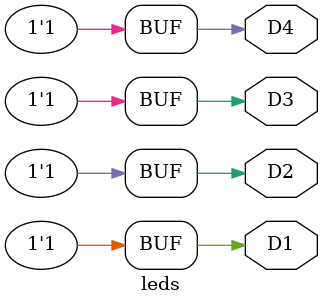
<source format=v>
module leds(	// file.cleaned.mlir:2:3
  output D1,	// file.cleaned.mlir:2:23
         D2,	// file.cleaned.mlir:2:36
         D3,	// file.cleaned.mlir:2:49
         D4	// file.cleaned.mlir:2:62
);

  assign D1 = 1'h1;	// file.cleaned.mlir:3:13, :4:5
  assign D2 = 1'h1;	// file.cleaned.mlir:3:13, :4:5
  assign D3 = 1'h1;	// file.cleaned.mlir:3:13, :4:5
  assign D4 = 1'h1;	// file.cleaned.mlir:3:13, :4:5
endmodule


</source>
